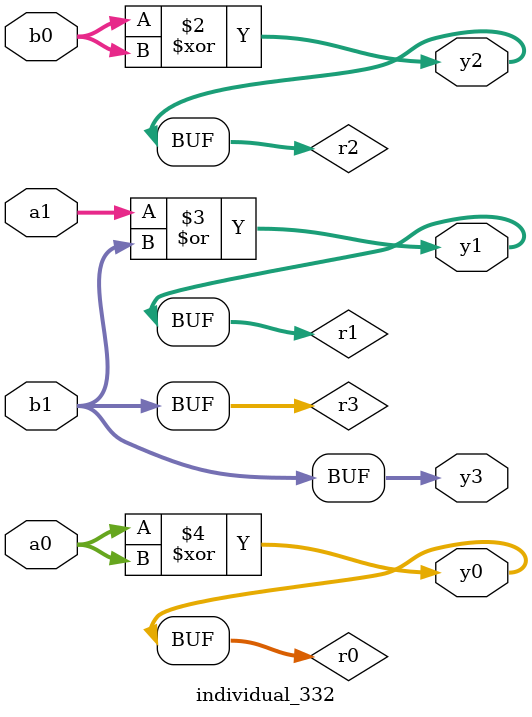
<source format=sv>
module individual_332(input logic [15:0] a1, input logic [15:0] a0, input logic [15:0] b1, input logic [15:0] b0, output logic [15:0] y3, output logic [15:0] y2, output logic [15:0] y1, output logic [15:0] y0);
logic [15:0] r0, r1, r2, r3; 
 always@(*) begin 
	 r0 = a0; r1 = a1; r2 = b0; r3 = b1; 
 	 r2  ^=  r2 ;
 	 r1  |=  b1 ;
 	 r0  ^=  r0 ;
 	 y3 = r3; y2 = r2; y1 = r1; y0 = r0; 
end
endmodule
</source>
